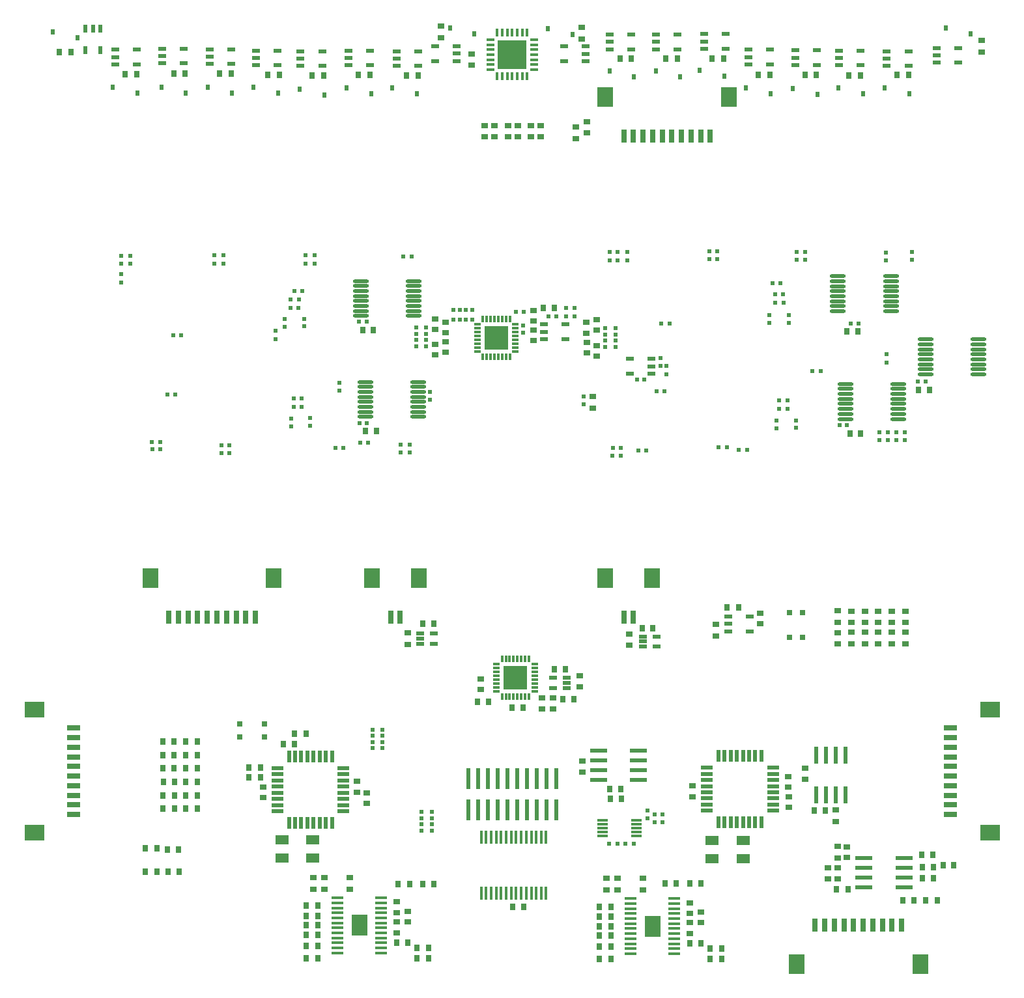
<source format=gtp>
G04*
G04 #@! TF.GenerationSoftware,Altium Limited,Altium Designer,18.1.6 (161)*
G04*
G04 Layer_Color=8421504*
%FSTAX44Y44*%
%MOMM*%
G71*
G01*
G75*
%ADD10R,0.5000X0.7000*%
%ADD11R,0.9000X0.7000*%
%ADD12R,1.1000X0.6000*%
%ADD13R,0.7000X0.9000*%
%ADD14R,2.0000X2.6000*%
%ADD15R,0.7000X1.8000*%
%ADD16R,3.7000X3.7000*%
%ADD17R,1.0400X0.3300*%
%ADD18R,0.3300X1.0400*%
%ADD19R,0.9000X0.8000*%
%ADD20R,0.6000X1.1000*%
%ADD22R,0.6000X0.5500*%
%ADD23O,2.1000X0.4500*%
%ADD24R,0.5000X0.6000*%
%ADD25R,0.6000X0.5000*%
%ADD26R,0.5500X0.6000*%
%ADD27R,0.6000X0.6000*%
%ADD28R,0.8000X0.9000*%
%ADD29R,0.6000X0.6000*%
%ADD30R,3.1496X3.1496*%
%ADD31R,0.3048X0.8128*%
%ADD32R,0.8128X0.3048*%
%ADD33R,2.6000X2.0000*%
%ADD34R,1.8000X0.7000*%
%ADD35R,1.0000X0.4700*%
%ADD36R,1.5000X0.5500*%
%ADD37R,0.5500X1.5000*%
%ADD38R,2.2000X0.6000*%
%ADD39R,0.5080X2.7940*%
%ADD40R,0.4318X1.6510*%
%ADD41R,1.8000X1.2000*%
%ADD42R,0.7000X0.7500*%
%ADD43R,1.4500X0.3000*%
%ADD44R,1.5700X0.4100*%
%ADD45R,2.0250X2.6800*%
%ADD46R,0.7500X0.7000*%
%ADD47R,0.6000X2.2000*%
G36*
X006517Y01185841D02*
X00623841D01*
Y012137D01*
X006517D01*
Y01185841D01*
D02*
G37*
G36*
X00449171Y00070665D02*
X00442376D01*
Y00080661D01*
X00449171D01*
Y00070665D01*
D02*
G37*
G36*
X00440172Y00070663D02*
X00433361D01*
Y00080661D01*
X00440172D01*
Y00070663D01*
D02*
G37*
G36*
X00830172Y00069607D02*
X00823376D01*
Y00079603D01*
X00830172D01*
Y00069607D01*
D02*
G37*
G36*
X00821171Y00069604D02*
X00814361D01*
Y00079603D01*
X00821171D01*
Y00069604D01*
D02*
G37*
G36*
X00440172Y00058438D02*
X00433355D01*
Y00068461D01*
X00440172D01*
Y00058438D01*
D02*
G37*
G36*
X00449171Y00058427D02*
X00442375D01*
Y00068461D01*
X00449171D01*
Y00058427D01*
D02*
G37*
G36*
X00821171Y00057379D02*
X00814355D01*
Y00067403D01*
X00821171D01*
Y00057379D01*
D02*
G37*
G36*
X00830172Y00057368D02*
X00823375D01*
Y00067403D01*
X00830172D01*
Y00057368D01*
D02*
G37*
D10*
X00976Y0115125D02*
D03*
X00944Y0115875D02*
D03*
X00916Y01174D02*
D03*
X00884Y011815D02*
D03*
X01156Y0115125D02*
D03*
X01124Y0115875D02*
D03*
X01096Y0115125D02*
D03*
X01064Y0115875D02*
D03*
X010365Y011505D02*
D03*
X010045Y01158D02*
D03*
X007985Y01173D02*
D03*
X007665Y011805D02*
D03*
X00591Y0122875D02*
D03*
X00559Y0123625D02*
D03*
X00516Y0115125D02*
D03*
X00484Y0115875D02*
D03*
X004565Y0115125D02*
D03*
X004245Y0115875D02*
D03*
X00396Y011495D02*
D03*
X00364Y01157D02*
D03*
X00336Y0115175D02*
D03*
X00304Y0115925D02*
D03*
X00276Y0115175D02*
D03*
X00244Y0115925D02*
D03*
X00216Y0115175D02*
D03*
X00184Y0115925D02*
D03*
X00153Y0115175D02*
D03*
X00121Y0115925D02*
D03*
X0007475Y0122425D02*
D03*
X0004275Y0123175D02*
D03*
X008585Y01173D02*
D03*
X008265Y011805D02*
D03*
X006865Y01235424D02*
D03*
X007185Y01227924D02*
D03*
X01204Y0123625D02*
D03*
X01236Y0122875D02*
D03*
D11*
X0125Y01220565D02*
D03*
Y01205565D02*
D03*
X0073Y012225D02*
D03*
Y012375D02*
D03*
X007375Y01115D02*
D03*
Y011D02*
D03*
X007225Y011075D02*
D03*
Y010925D02*
D03*
X00677Y0111D02*
D03*
Y01095D02*
D03*
X006645Y0111D02*
D03*
Y01095D02*
D03*
X006475Y0111D02*
D03*
Y01095D02*
D03*
X00635Y0111D02*
D03*
Y01095D02*
D03*
X00617Y0111D02*
D03*
Y01095D02*
D03*
X006045Y0111D02*
D03*
Y01095D02*
D03*
X005475Y01224174D02*
D03*
Y01239174D02*
D03*
X00745Y007575D02*
D03*
Y007425D02*
D03*
X00792558Y0043378D02*
D03*
Y0044878D02*
D03*
X01150972Y00478297D02*
D03*
Y00463297D02*
D03*
Y00450797D02*
D03*
Y00435798D02*
D03*
X01133473Y00450797D02*
D03*
Y00435798D02*
D03*
Y00478297D02*
D03*
Y00463297D02*
D03*
X01115972Y00450797D02*
D03*
Y00435798D02*
D03*
Y00478297D02*
D03*
Y00463297D02*
D03*
X01098472Y00478297D02*
D03*
Y00463297D02*
D03*
Y00450797D02*
D03*
Y00435798D02*
D03*
X01080972Y00450797D02*
D03*
Y00435798D02*
D03*
Y00478297D02*
D03*
Y00463297D02*
D03*
X01063Y004785D02*
D03*
Y004635D02*
D03*
Y00450292D02*
D03*
Y00435292D02*
D03*
X0090481Y00445743D02*
D03*
Y00460743D02*
D03*
X01062772Y00157313D02*
D03*
Y00172313D02*
D03*
X0081Y001155D02*
D03*
Y001305D02*
D03*
X00762944Y00115501D02*
D03*
Y00130501D02*
D03*
X00728Y003945D02*
D03*
Y003795D02*
D03*
X00504Y00450107D02*
D03*
Y00435108D02*
D03*
X00429Y00131559D02*
D03*
Y00116559D02*
D03*
X00381944Y00131559D02*
D03*
Y00116559D02*
D03*
X00777Y001155D02*
D03*
Y001305D02*
D03*
X00396Y00131559D02*
D03*
Y00116559D02*
D03*
X01060294Y002045D02*
D03*
Y002195D02*
D03*
D12*
X01191618Y01210525D02*
D03*
Y01201025D02*
D03*
Y01191525D02*
D03*
X01219618D02*
D03*
Y01210525D02*
D03*
X01155Y012065D02*
D03*
Y011875D02*
D03*
X01127D02*
D03*
Y01197D02*
D03*
Y012065D02*
D03*
X01065Y01207D02*
D03*
Y011975D02*
D03*
Y01188D02*
D03*
X01093D02*
D03*
Y01207D02*
D03*
X01036Y012075D02*
D03*
Y011885D02*
D03*
X01008D02*
D03*
Y01198D02*
D03*
Y012075D02*
D03*
X00975Y0120825D02*
D03*
Y0118925D02*
D03*
X00947D02*
D03*
Y0119875D02*
D03*
Y0120825D02*
D03*
X009175Y0122875D02*
D03*
Y0120975D02*
D03*
X008895D02*
D03*
Y0121925D02*
D03*
Y0122875D02*
D03*
X00855Y01228D02*
D03*
Y01209D02*
D03*
X00827D02*
D03*
Y012185D02*
D03*
Y01228D02*
D03*
X00767D02*
D03*
Y012185D02*
D03*
Y01209D02*
D03*
X00795D02*
D03*
Y01228D02*
D03*
X00539638Y011938D02*
D03*
Y012128D02*
D03*
X00567637D02*
D03*
Y012033D02*
D03*
Y011938D02*
D03*
X005175Y012065D02*
D03*
Y011875D02*
D03*
X004895D02*
D03*
Y01197D02*
D03*
Y012065D02*
D03*
X004555Y01207D02*
D03*
Y01188D02*
D03*
X004275D02*
D03*
Y011975D02*
D03*
Y01207D02*
D03*
X00335Y01207D02*
D03*
Y01188D02*
D03*
X00307D02*
D03*
Y011975D02*
D03*
Y01207D02*
D03*
X00275Y01209D02*
D03*
Y0119D02*
D03*
X00247D02*
D03*
Y011995D02*
D03*
Y01209D02*
D03*
X00213Y012095D02*
D03*
Y011905D02*
D03*
X00185D02*
D03*
Y012D02*
D03*
Y012095D02*
D03*
X00152Y0120825D02*
D03*
Y0118925D02*
D03*
X00124D02*
D03*
Y0119875D02*
D03*
Y0120825D02*
D03*
X00365Y012065D02*
D03*
Y01197D02*
D03*
Y011875D02*
D03*
X00393D02*
D03*
Y012065D02*
D03*
X007355Y011935D02*
D03*
Y01203D02*
D03*
Y012125D02*
D03*
X007075D02*
D03*
Y011935D02*
D03*
X00793208Y0078725D02*
D03*
Y0080625D02*
D03*
X00821208D02*
D03*
Y0079675D02*
D03*
Y0078725D02*
D03*
X00709556Y00851036D02*
D03*
Y00832036D02*
D03*
X00681556D02*
D03*
Y00841536D02*
D03*
Y00851036D02*
D03*
X00920482Y00471063D02*
D03*
Y00461562D02*
D03*
Y00452063D02*
D03*
X00948482D02*
D03*
Y00471063D02*
D03*
D13*
X01155Y011755D02*
D03*
X0114D02*
D03*
X010925Y01175D02*
D03*
X010775D02*
D03*
X010355Y011755D02*
D03*
X010205D02*
D03*
X00975Y011755D02*
D03*
X0096D02*
D03*
X00915Y01197D02*
D03*
X009D02*
D03*
X0078D02*
D03*
X00795D02*
D03*
X005175Y01175D02*
D03*
X005025D02*
D03*
X00455Y011755D02*
D03*
X0044D02*
D03*
X003375Y011755D02*
D03*
X003225D02*
D03*
X00275Y011775D02*
D03*
X0026D02*
D03*
X00215Y011775D02*
D03*
X002D02*
D03*
X0006625Y01205D02*
D03*
X0005125D02*
D03*
X00152Y0117675D02*
D03*
X00137D02*
D03*
X0038Y011745D02*
D03*
X00395D02*
D03*
X0084Y01197D02*
D03*
X00855D02*
D03*
X007685Y00025514D02*
D03*
X007535D02*
D03*
X00934062Y00483493D02*
D03*
X00919062D02*
D03*
X01172082Y00161194D02*
D03*
X01187082D02*
D03*
X01187772Y00145438D02*
D03*
X01172772D02*
D03*
X01187772Y0013077D02*
D03*
X01172772D02*
D03*
X011925Y00102D02*
D03*
X011775D02*
D03*
X011475Y00102D02*
D03*
X011625D02*
D03*
X010615Y00116559D02*
D03*
X010765D02*
D03*
X008975Y0002594D02*
D03*
X009125D02*
D03*
X008855Y00124D02*
D03*
X008705D02*
D03*
X008385Y00124147D02*
D03*
X008535D02*
D03*
X007535Y00042D02*
D03*
X007685D02*
D03*
Y00068502D02*
D03*
X007535D02*
D03*
X007685Y00094D02*
D03*
X007535D02*
D03*
X005945Y00360186D02*
D03*
X006095D02*
D03*
X005165Y00027D02*
D03*
X005315D02*
D03*
X005385Y00123D02*
D03*
X005235D02*
D03*
X004915Y00123D02*
D03*
X005065D02*
D03*
X003725Y00095059D02*
D03*
X003875D02*
D03*
X003725Y00069562D02*
D03*
X003875D02*
D03*
Y00043059D02*
D03*
X003725D02*
D03*
Y00026574D02*
D03*
X003875D02*
D03*
X00312959Y00262D02*
D03*
X00297959D02*
D03*
X00312959Y00274648D02*
D03*
X00297958D02*
D03*
X003422Y00305D02*
D03*
X003572D02*
D03*
X00372275Y00319D02*
D03*
X00357275D02*
D03*
X00163Y00139D02*
D03*
X00178D02*
D03*
X002075D02*
D03*
X001925D02*
D03*
X002065Y0016854D02*
D03*
X001915D02*
D03*
X001635Y001695D02*
D03*
X001785D02*
D03*
X00185942Y0022125D02*
D03*
X00200942D02*
D03*
X00185942Y0023875D02*
D03*
X00200942D02*
D03*
X00186442Y0025625D02*
D03*
X00201442D02*
D03*
X00185542Y0029125D02*
D03*
X00200542D02*
D03*
X00185542Y0027375D02*
D03*
X00200543D02*
D03*
X00185542Y0030875D02*
D03*
X00200543D02*
D03*
X002155Y00274D02*
D03*
X002305D02*
D03*
X002305Y0030875D02*
D03*
X002155D02*
D03*
X002155Y0022125D02*
D03*
X002305D02*
D03*
X002155Y00238D02*
D03*
X002305D02*
D03*
X002155Y00255749D02*
D03*
X002305D02*
D03*
X002155Y0029125D02*
D03*
X002305D02*
D03*
X008975Y00039252D02*
D03*
X009125D02*
D03*
X007685Y00081001D02*
D03*
X007535D02*
D03*
X007685Y00056D02*
D03*
X007535D02*
D03*
X003725Y00057059D02*
D03*
X003875D02*
D03*
X003725Y00082059D02*
D03*
X003875D02*
D03*
X00489501Y00047245D02*
D03*
X005045D02*
D03*
X005315Y00040311D02*
D03*
X005165D02*
D03*
X008855Y00046186D02*
D03*
X00870501D02*
D03*
D14*
X009215Y01147D02*
D03*
X00761D02*
D03*
X008215Y00521D02*
D03*
X00761D02*
D03*
X0033025D02*
D03*
X0016975D02*
D03*
X0100975Y00019D02*
D03*
X0117025D02*
D03*
X005185Y00521D02*
D03*
X00458D02*
D03*
D15*
X008975Y01096D02*
D03*
X00885D02*
D03*
X008725D02*
D03*
X0086D02*
D03*
X0081D02*
D03*
X007975D02*
D03*
X00785D02*
D03*
X008475D02*
D03*
X00835D02*
D03*
X008225D02*
D03*
X007975Y0047D02*
D03*
X00785D02*
D03*
X0030625D02*
D03*
X0029375D02*
D03*
X0028125D02*
D03*
X0026875D02*
D03*
X0021875D02*
D03*
X0020625D02*
D03*
X0019375D02*
D03*
X0025625D02*
D03*
X0024375D02*
D03*
X0023125D02*
D03*
X0103375Y0007D02*
D03*
X0104625D02*
D03*
X0105875D02*
D03*
X0107125D02*
D03*
X0112125D02*
D03*
X0113375D02*
D03*
X0114625D02*
D03*
X0108375D02*
D03*
X0109625D02*
D03*
X0110875D02*
D03*
X004945Y0047D02*
D03*
X00482D02*
D03*
D16*
X0064Y01202D02*
D03*
D17*
X0066835Y012215D02*
D03*
Y01215D02*
D03*
Y012085D02*
D03*
Y01202D02*
D03*
Y011955D02*
D03*
Y01189D02*
D03*
Y011825D02*
D03*
X0061165D02*
D03*
Y01189D02*
D03*
Y011955D02*
D03*
Y01202D02*
D03*
Y012085D02*
D03*
Y01215D02*
D03*
Y012215D02*
D03*
D18*
X006205Y0123035D02*
D03*
X00627D02*
D03*
X006335D02*
D03*
X0064D02*
D03*
X006465D02*
D03*
X00653D02*
D03*
X006595D02*
D03*
Y0117365D02*
D03*
X00653D02*
D03*
X006465D02*
D03*
X0064D02*
D03*
X006335D02*
D03*
X00627D02*
D03*
X006205D02*
D03*
D19*
X005875Y011885D02*
D03*
Y012025D02*
D03*
X00749554Y0082386D02*
D03*
Y0080986D02*
D03*
X007375Y00827942D02*
D03*
Y00813942D02*
D03*
X00553466Y00828766D02*
D03*
Y00814766D02*
D03*
X0053975Y008255D02*
D03*
Y008115D02*
D03*
X00667426Y0086925D02*
D03*
Y0085525D02*
D03*
X00736092Y00853578D02*
D03*
Y00839578D02*
D03*
X00749554Y00857642D02*
D03*
Y00843642D02*
D03*
X00553466Y00854214D02*
D03*
Y00840214D02*
D03*
X0053975Y00858484D02*
D03*
Y00844484D02*
D03*
X00667426Y00844102D02*
D03*
Y00830102D02*
D03*
X00962562Y00475493D02*
D03*
Y00461493D02*
D03*
X00731Y00283D02*
D03*
Y00269D02*
D03*
X00874338Y00251D02*
D03*
Y00237D02*
D03*
X00999Y0024919D02*
D03*
Y0026319D02*
D03*
X01Y00223D02*
D03*
Y00237D02*
D03*
X01075272Y00171743D02*
D03*
Y00157743D02*
D03*
X01062772Y00130313D02*
D03*
Y00144313D02*
D03*
X01050272Y00130313D02*
D03*
Y00144313D02*
D03*
X00885Y00073D02*
D03*
Y00087D02*
D03*
X00871Y00085D02*
D03*
Y00099D02*
D03*
X00693Y00365D02*
D03*
Y00351D02*
D03*
X00679Y00351D02*
D03*
Y00365D02*
D03*
X00599251Y0039D02*
D03*
Y00376D02*
D03*
X00451Y00228D02*
D03*
Y00242D02*
D03*
X0049Y00100059D02*
D03*
Y00086059D02*
D03*
X00504Y00088059D02*
D03*
Y00074059D02*
D03*
X00438Y00242648D02*
D03*
Y00256648D02*
D03*
X00316Y00249648D02*
D03*
Y00235648D02*
D03*
X00870972Y00073003D02*
D03*
Y00059003D02*
D03*
X00489972Y00060061D02*
D03*
Y00074062D02*
D03*
X01021Y00259648D02*
D03*
Y00273648D02*
D03*
D20*
X001045Y0123575D02*
D03*
X00095D02*
D03*
X000855D02*
D03*
Y0120775D02*
D03*
X001045D02*
D03*
D22*
X007325Y00747036D02*
D03*
Y00757536D02*
D03*
X0084025Y00797D02*
D03*
Y007865D02*
D03*
X0083275Y00796878D02*
D03*
Y00807378D02*
D03*
X00709853Y00861648D02*
D03*
Y00872148D02*
D03*
X0072075D02*
D03*
Y00861648D02*
D03*
X0033274Y00842684D02*
D03*
Y00832184D02*
D03*
X00533446Y0076326D02*
D03*
Y0075276D02*
D03*
X0112649Y00801704D02*
D03*
Y00812204D02*
D03*
X01160018Y009348D02*
D03*
Y009453D02*
D03*
X01150112Y00711112D02*
D03*
Y00700612D02*
D03*
X01117346Y00710858D02*
D03*
Y00700358D02*
D03*
X01128268Y00711112D02*
D03*
Y00700612D02*
D03*
X0113919Y00711112D02*
D03*
Y00700612D02*
D03*
X01010158Y00935054D02*
D03*
Y00945554D02*
D03*
X0090678Y0093607D02*
D03*
Y0094657D02*
D03*
X00789686Y00934546D02*
D03*
Y00945046D02*
D03*
X01020826Y0093497D02*
D03*
Y0094547D02*
D03*
X00896112Y0093607D02*
D03*
Y0094657D02*
D03*
X01125982Y00934292D02*
D03*
Y00944792D02*
D03*
X00415036Y00764874D02*
D03*
Y00775374D02*
D03*
X004953Y00684356D02*
D03*
Y00694856D02*
D03*
X00262382Y0068334D02*
D03*
Y0069384D02*
D03*
X00506476Y00684356D02*
D03*
Y00694856D02*
D03*
X00272034Y0068334D02*
D03*
Y0069384D02*
D03*
X00371Y00940728D02*
D03*
Y00930228D02*
D03*
X00131572Y00905674D02*
D03*
Y00916174D02*
D03*
X00143256Y0094022D02*
D03*
Y0092972D02*
D03*
X0013208Y0094022D02*
D03*
Y0092972D02*
D03*
X0038354Y00940728D02*
D03*
Y00930228D02*
D03*
X0025273Y00940728D02*
D03*
Y00930228D02*
D03*
X00264922Y00940728D02*
D03*
Y00930228D02*
D03*
D23*
X00518072Y00730754D02*
D03*
Y00737254D02*
D03*
Y00743754D02*
D03*
Y00750254D02*
D03*
Y00756754D02*
D03*
Y00763254D02*
D03*
Y00769754D02*
D03*
Y00776254D02*
D03*
X00449072Y00730754D02*
D03*
Y00737254D02*
D03*
Y00743754D02*
D03*
Y00750254D02*
D03*
Y00756754D02*
D03*
Y00763254D02*
D03*
Y00769754D02*
D03*
Y00776254D02*
D03*
X0107315Y0077368D02*
D03*
Y0076718D02*
D03*
Y0076068D02*
D03*
Y0075418D02*
D03*
Y0074768D02*
D03*
Y0074118D02*
D03*
Y0073468D02*
D03*
Y0072818D02*
D03*
X0114215Y0077368D02*
D03*
Y0076718D02*
D03*
Y0076068D02*
D03*
Y0075418D02*
D03*
Y0074768D02*
D03*
Y0074118D02*
D03*
Y0073468D02*
D03*
Y0072818D02*
D03*
X01177124Y0083171D02*
D03*
Y0082521D02*
D03*
Y0081871D02*
D03*
Y0081221D02*
D03*
Y0080571D02*
D03*
Y0079921D02*
D03*
Y0079271D02*
D03*
Y0078621D02*
D03*
X01246124Y0083171D02*
D03*
Y0082521D02*
D03*
Y0081871D02*
D03*
Y0081221D02*
D03*
Y0080571D02*
D03*
Y0079921D02*
D03*
Y0079271D02*
D03*
Y0078621D02*
D03*
X01063332Y00913668D02*
D03*
Y00907168D02*
D03*
Y00900668D02*
D03*
Y00894168D02*
D03*
Y00887668D02*
D03*
Y00881168D02*
D03*
Y00874668D02*
D03*
Y00868168D02*
D03*
X01132332Y00913668D02*
D03*
Y00907168D02*
D03*
Y00900668D02*
D03*
Y00894168D02*
D03*
Y00887668D02*
D03*
Y00881168D02*
D03*
Y00874668D02*
D03*
Y00868168D02*
D03*
X00443318Y00907572D02*
D03*
Y00901072D02*
D03*
Y00894572D02*
D03*
Y00888072D02*
D03*
Y00881572D02*
D03*
Y00875072D02*
D03*
Y00868572D02*
D03*
Y00862072D02*
D03*
X00512318Y00907572D02*
D03*
Y00901072D02*
D03*
Y00894572D02*
D03*
Y00888072D02*
D03*
Y00881572D02*
D03*
Y00875072D02*
D03*
Y00868572D02*
D03*
Y00862072D02*
D03*
D24*
X00377444Y0072915D02*
D03*
Y0071915D02*
D03*
X00352498Y00728642D02*
D03*
Y00718642D02*
D03*
X01008522Y00716356D02*
D03*
Y00726356D02*
D03*
X00983576Y00715848D02*
D03*
Y00725848D02*
D03*
X00999723Y0085341D02*
D03*
Y0086341D02*
D03*
X00974577Y00852902D02*
D03*
Y00862902D02*
D03*
X0065405Y00840054D02*
D03*
Y00850054D02*
D03*
X00369316Y00858436D02*
D03*
Y00848436D02*
D03*
X0034417Y00857928D02*
D03*
Y00847928D02*
D03*
X00816Y0020882D02*
D03*
Y0021882D02*
D03*
X008255Y0021382D02*
D03*
Y0020382D02*
D03*
X0083525Y0021382D02*
D03*
Y0020382D02*
D03*
D25*
X00451278Y0072288D02*
D03*
X00441278D02*
D03*
X01075356Y00720306D02*
D03*
X01065356D02*
D03*
X0117721Y00776728D02*
D03*
X0116721D02*
D03*
X01090088Y0085242D02*
D03*
X01080088D02*
D03*
X0044077Y00854706D02*
D03*
X0045077D02*
D03*
X00654986Y00867152D02*
D03*
X00644986D02*
D03*
X00802006Y00779D02*
D03*
X00812006D02*
D03*
X0068725Y00861818D02*
D03*
X0069725D02*
D03*
D26*
X00989Y0090475D02*
D03*
X009785D02*
D03*
X00827616Y00764282D02*
D03*
X00838116D02*
D03*
X00992489Y00879716D02*
D03*
X00981989D02*
D03*
X00992349Y00890638D02*
D03*
X00981849D02*
D03*
X01040838Y0079025D02*
D03*
X01030338D02*
D03*
X00997582Y00752277D02*
D03*
X00987082D02*
D03*
X00945304Y00688082D02*
D03*
X00934804D02*
D03*
X00918888Y00691638D02*
D03*
X00908388D02*
D03*
X00780966Y00680462D02*
D03*
X00770466D02*
D03*
X0078122Y00690622D02*
D03*
X0077072D02*
D03*
X0081424Y0068732D02*
D03*
X0080374D02*
D03*
X00777156Y00945384D02*
D03*
X00766656D02*
D03*
X00776902Y00934546D02*
D03*
X00766402D02*
D03*
X00366504Y00755071D02*
D03*
X00356004D02*
D03*
X00442298Y0069748D02*
D03*
X00452798D02*
D03*
X00172042Y00688844D02*
D03*
X00182542D02*
D03*
X0042054Y00690368D02*
D03*
X0041004D02*
D03*
X00171788Y00697734D02*
D03*
X00182288D02*
D03*
X00498686Y00939288D02*
D03*
X00509186D02*
D03*
X00210016Y00836926D02*
D03*
X00199516D02*
D03*
X00357Y00894572D02*
D03*
X003675D02*
D03*
X003625Y00883632D02*
D03*
X00352D02*
D03*
X00362482Y0087275D02*
D03*
X00351982D02*
D03*
X00844434Y0085242D02*
D03*
X00833934D02*
D03*
X00997722Y00741355D02*
D03*
X00987222D02*
D03*
X002021Y00760336D02*
D03*
X001916D02*
D03*
X00356144Y00744149D02*
D03*
X00366644D02*
D03*
X00798Y00176D02*
D03*
X007875D02*
D03*
X00776625D02*
D03*
X00766125D02*
D03*
D27*
X00761088Y00821878D02*
D03*
Y00829878D02*
D03*
Y00837878D02*
D03*
Y00845878D02*
D03*
X00774088D02*
D03*
Y00837878D02*
D03*
Y00829878D02*
D03*
Y00821878D02*
D03*
X00528216Y00846974D02*
D03*
Y00838974D02*
D03*
Y00830974D02*
D03*
Y00822974D02*
D03*
X00515216D02*
D03*
Y00830974D02*
D03*
Y00838974D02*
D03*
Y00846974D02*
D03*
X005225Y00217D02*
D03*
Y00209D02*
D03*
Y00201D02*
D03*
Y00193D02*
D03*
X005355D02*
D03*
Y00201D02*
D03*
Y00209D02*
D03*
Y00217D02*
D03*
X004715Y003D02*
D03*
Y00308D02*
D03*
Y00316D02*
D03*
Y00324D02*
D03*
X004585D02*
D03*
Y00316D02*
D03*
Y00308D02*
D03*
Y003D02*
D03*
D28*
X006945Y0087225D02*
D03*
X006805D02*
D03*
X01079104Y00709164D02*
D03*
X01093104D02*
D03*
X01168258Y0076606D02*
D03*
X01182258D02*
D03*
X01089264Y00842006D02*
D03*
X01075264D02*
D03*
X00449358Y0071272D02*
D03*
X00463358D02*
D03*
X00445628Y00843784D02*
D03*
X00459628D02*
D03*
X00823Y00456D02*
D03*
X00809D02*
D03*
X00781689Y00234D02*
D03*
X00767689D02*
D03*
X00781Y0024721D02*
D03*
X00767D02*
D03*
X012Y00148D02*
D03*
X01214D02*
D03*
X00709Y00403D02*
D03*
X00695D02*
D03*
X0070605Y00364001D02*
D03*
X0072005D02*
D03*
X0064Y00353D02*
D03*
X00654D02*
D03*
X00641Y00094D02*
D03*
X00655D02*
D03*
X00538Y00462D02*
D03*
X00524D02*
D03*
X01033Y002185D02*
D03*
X01047D02*
D03*
D29*
X00563818Y0087035D02*
D03*
X00571818D02*
D03*
X00579818D02*
D03*
X00587818D02*
D03*
Y0085735D02*
D03*
X00579818D02*
D03*
X00571818D02*
D03*
X00563818D02*
D03*
D30*
X00619506Y00833624D02*
D03*
X00644392Y00391655D02*
D03*
D31*
X0060198Y00858516D02*
D03*
X0060706D02*
D03*
X00611886D02*
D03*
X00616966D02*
D03*
X00622046D02*
D03*
X00627126D02*
D03*
X00631952D02*
D03*
X00637032D02*
D03*
Y00808732D02*
D03*
X00631952D02*
D03*
X00627126D02*
D03*
X00622046D02*
D03*
X00616966D02*
D03*
X00611886D02*
D03*
X0060706D02*
D03*
X0060198D02*
D03*
X00661918Y00416547D02*
D03*
X00656838D02*
D03*
X00652012D02*
D03*
X00646932D02*
D03*
X00641852D02*
D03*
X00636772D02*
D03*
X00631946D02*
D03*
X00626866D02*
D03*
Y00366763D02*
D03*
X00631946D02*
D03*
X00636772D02*
D03*
X00641852D02*
D03*
X00646932D02*
D03*
X00652012D02*
D03*
X00656838D02*
D03*
X00661918D02*
D03*
D32*
X00644398Y0085115D02*
D03*
Y0084607D02*
D03*
Y00841244D02*
D03*
Y00836164D02*
D03*
Y00831084D02*
D03*
Y00826004D02*
D03*
Y00821178D02*
D03*
Y00816098D02*
D03*
X00594614D02*
D03*
Y00821178D02*
D03*
Y00826004D02*
D03*
Y00831084D02*
D03*
Y00836164D02*
D03*
Y00841244D02*
D03*
Y0084607D02*
D03*
Y0085115D02*
D03*
X00669284Y00374129D02*
D03*
Y00379209D02*
D03*
Y00384035D02*
D03*
Y00389115D02*
D03*
Y00394195D02*
D03*
Y00399275D02*
D03*
Y00404101D02*
D03*
Y00409181D02*
D03*
X006195D02*
D03*
Y00404101D02*
D03*
Y00399275D02*
D03*
Y00394195D02*
D03*
Y00389115D02*
D03*
Y00384035D02*
D03*
Y00379209D02*
D03*
Y00374129D02*
D03*
D33*
X01261Y0018975D02*
D03*
Y0035025D02*
D03*
X00019D02*
D03*
Y0018975D02*
D03*
D34*
X0121Y0021375D02*
D03*
Y0022625D02*
D03*
Y0023875D02*
D03*
Y0025125D02*
D03*
Y0030125D02*
D03*
Y0031375D02*
D03*
Y0032625D02*
D03*
Y0026375D02*
D03*
Y0027625D02*
D03*
Y0028875D02*
D03*
X0007Y0032625D02*
D03*
Y0031375D02*
D03*
Y0030125D02*
D03*
Y0028875D02*
D03*
Y0023875D02*
D03*
Y0022625D02*
D03*
Y0021375D02*
D03*
Y0027625D02*
D03*
Y0026375D02*
D03*
Y0025125D02*
D03*
D35*
X0081Y0044528D02*
D03*
Y0043228D02*
D03*
X00828Y0044528D02*
D03*
Y0043228D02*
D03*
X0081Y0043878D02*
D03*
X00711Y00385D02*
D03*
X00693Y003915D02*
D03*
Y003785D02*
D03*
X00711Y003915D02*
D03*
Y003785D02*
D03*
X0052Y00449D02*
D03*
Y00436D02*
D03*
X00538Y00449D02*
D03*
Y00436D02*
D03*
X0052Y004425D02*
D03*
D36*
X00892926Y00274648D02*
D03*
Y00266648D02*
D03*
Y00258648D02*
D03*
Y00250648D02*
D03*
Y00242648D02*
D03*
Y00234648D02*
D03*
Y00226648D02*
D03*
Y00218648D02*
D03*
X00978926D02*
D03*
Y00226648D02*
D03*
Y00234648D02*
D03*
Y00242648D02*
D03*
Y00250648D02*
D03*
Y00258648D02*
D03*
Y00266648D02*
D03*
Y00274648D02*
D03*
X00334791Y00274D02*
D03*
Y00266D02*
D03*
Y00258D02*
D03*
Y0025D02*
D03*
Y00242D02*
D03*
Y00234D02*
D03*
Y00226D02*
D03*
Y00218D02*
D03*
X00420791D02*
D03*
Y00226D02*
D03*
Y00234D02*
D03*
Y00242D02*
D03*
Y0025D02*
D03*
Y00258D02*
D03*
Y00266D02*
D03*
Y00274D02*
D03*
D37*
X00907925Y00203648D02*
D03*
X00915926D02*
D03*
X00923925D02*
D03*
X00931926D02*
D03*
X00939926D02*
D03*
X00947925D02*
D03*
X00955925D02*
D03*
X00963925D02*
D03*
Y00289648D02*
D03*
X00955925D02*
D03*
X00947925D02*
D03*
X00939926D02*
D03*
X00931926D02*
D03*
X00923925D02*
D03*
X00915926D02*
D03*
X00907925D02*
D03*
X00349791Y00203D02*
D03*
X0035779D02*
D03*
X00365791D02*
D03*
X00373791D02*
D03*
X00381791D02*
D03*
X00389791D02*
D03*
X00397791D02*
D03*
X00405791D02*
D03*
Y00289D02*
D03*
X00397791D02*
D03*
X00389791D02*
D03*
X00381791D02*
D03*
X00373791D02*
D03*
X00365791D02*
D03*
X0035779D02*
D03*
X00349791D02*
D03*
D38*
X01097272Y00144213D02*
D03*
X01149272D02*
D03*
X01097272Y00156913D02*
D03*
Y00131513D02*
D03*
Y00118813D02*
D03*
X01149272Y00156913D02*
D03*
Y00131513D02*
D03*
Y00118813D02*
D03*
X00752413Y00284424D02*
D03*
X00804413D02*
D03*
X00752413Y00297124D02*
D03*
Y00271724D02*
D03*
Y00259024D02*
D03*
X00804413Y00297124D02*
D03*
Y00271724D02*
D03*
Y00259024D02*
D03*
D39*
X0069715Y0021968D02*
D03*
Y0026032D02*
D03*
X0068445Y0021968D02*
D03*
Y0026032D02*
D03*
X0067175Y0021968D02*
D03*
Y0026032D02*
D03*
X0065905Y0021968D02*
D03*
Y0026032D02*
D03*
X0064635Y0021968D02*
D03*
Y0026032D02*
D03*
X0063365Y0021968D02*
D03*
Y0026032D02*
D03*
X0062095Y0021968D02*
D03*
Y0026032D02*
D03*
X0060825Y0021968D02*
D03*
Y0026032D02*
D03*
X0059555Y0021968D02*
D03*
Y0026032D02*
D03*
X0058285Y0021968D02*
D03*
Y0026032D02*
D03*
D40*
X00599766Y00184184D02*
D03*
X00606116D02*
D03*
X0061272D02*
D03*
X0061907D02*
D03*
X00625674D02*
D03*
X00632278D02*
D03*
X00638628D02*
D03*
X00645232D02*
D03*
X00651582D02*
D03*
X00658186D02*
D03*
X0066479D02*
D03*
X0067114D02*
D03*
X00677744D02*
D03*
X00684094D02*
D03*
Y0011154D02*
D03*
X00677744D02*
D03*
X0067114D02*
D03*
X0066479D02*
D03*
X00658186D02*
D03*
X00651582D02*
D03*
X00645232D02*
D03*
X00638628D02*
D03*
X00632278D02*
D03*
X00625674D02*
D03*
X0061907D02*
D03*
X0061272D02*
D03*
X00606116D02*
D03*
X00599766D02*
D03*
D41*
X00340525Y00181D02*
D03*
X00380525D02*
D03*
Y00157D02*
D03*
X00340525D02*
D03*
X009Y00156D02*
D03*
X0094D02*
D03*
Y0018D02*
D03*
X009D02*
D03*
D42*
X00318Y0033125D02*
D03*
X00286D02*
D03*
Y0031475D02*
D03*
X00318D02*
D03*
D43*
X007575Y0020632D02*
D03*
Y0020132D02*
D03*
Y0019632D02*
D03*
Y0019132D02*
D03*
Y0018632D02*
D03*
X008015Y0020632D02*
D03*
Y0020132D02*
D03*
Y0019632D02*
D03*
Y0019132D02*
D03*
Y0018632D02*
D03*
D44*
X00793572Y00104252D02*
D03*
Y00097752D02*
D03*
Y00091252D02*
D03*
Y00084753D02*
D03*
Y00078252D02*
D03*
Y00071753D02*
D03*
Y00065253D02*
D03*
Y00058753D02*
D03*
Y00052252D02*
D03*
Y00045753D02*
D03*
Y00039253D02*
D03*
Y00032752D02*
D03*
X00850972D02*
D03*
Y00039253D02*
D03*
Y00045753D02*
D03*
Y00052252D02*
D03*
Y00058753D02*
D03*
Y00065253D02*
D03*
Y00071753D02*
D03*
Y00078252D02*
D03*
Y00084753D02*
D03*
Y00091252D02*
D03*
Y00097752D02*
D03*
Y00104252D02*
D03*
X00469972Y00105311D02*
D03*
Y00098812D02*
D03*
Y00092312D02*
D03*
Y00085811D02*
D03*
Y00079311D02*
D03*
Y00072812D02*
D03*
Y00066311D02*
D03*
Y00059811D02*
D03*
Y00053312D02*
D03*
Y00046812D02*
D03*
Y00040311D02*
D03*
Y00033812D02*
D03*
X00412572D02*
D03*
Y00040311D02*
D03*
Y00046812D02*
D03*
Y00053312D02*
D03*
Y00059811D02*
D03*
Y00066311D02*
D03*
Y00072812D02*
D03*
Y00079311D02*
D03*
Y00085811D02*
D03*
Y00092312D02*
D03*
Y00098812D02*
D03*
Y00105311D02*
D03*
D45*
X00822272Y00068502D02*
D03*
X00441272Y00069562D02*
D03*
D46*
X0100075Y00476D02*
D03*
Y00444D02*
D03*
X0101725D02*
D03*
Y00476D02*
D03*
D47*
X01047594Y00239D02*
D03*
Y00291D02*
D03*
X01034894Y00239D02*
D03*
X01060294D02*
D03*
X01072994D02*
D03*
X01034894Y00291D02*
D03*
X01060294D02*
D03*
X01072994D02*
D03*
M02*

</source>
